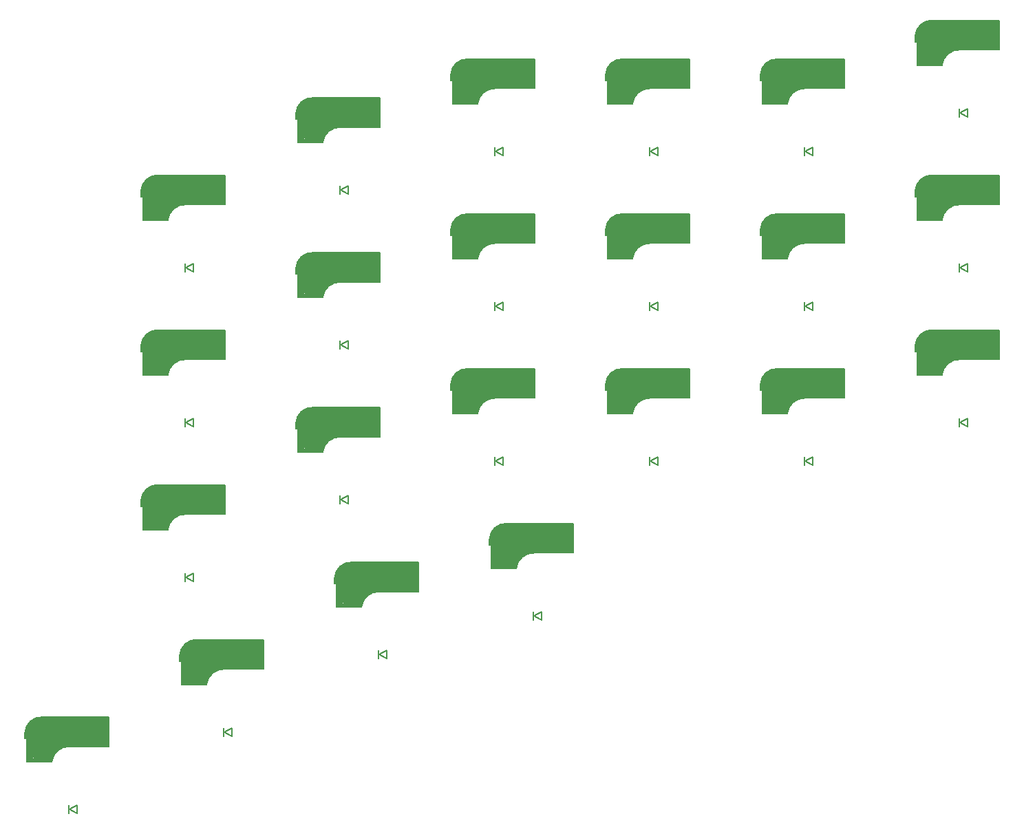
<source format=gbo>
%TF.GenerationSoftware,KiCad,Pcbnew,(7.0.0)*%
%TF.CreationDate,2023-04-23T19:00:17+09:00*%
%TF.ProjectId,pcb_r,7063625f-722e-46b6-9963-61645f706362,rev?*%
%TF.SameCoordinates,Original*%
%TF.FileFunction,Legend,Bot*%
%TF.FilePolarity,Positive*%
%FSLAX46Y46*%
G04 Gerber Fmt 4.6, Leading zero omitted, Abs format (unit mm)*
G04 Created by KiCad (PCBNEW (7.0.0)) date 2023-04-23 19:00:17*
%MOMM*%
%LPD*%
G01*
G04 APERTURE LIST*
%ADD10C,0.150000*%
%ADD11C,0.300000*%
%ADD12C,0.500000*%
%ADD13C,0.800000*%
%ADD14C,3.000000*%
%ADD15C,3.500000*%
%ADD16C,1.000000*%
%ADD17C,0.400000*%
G04 APERTURE END LIST*
D10*
%TO.C,SW28*%
X265562500Y-26256250D02*
X265562500Y-27006250D01*
X265562500Y-27006250D02*
X265762500Y-27006250D01*
D11*
X265662500Y-26906250D02*
X265662500Y-26256250D01*
D10*
X265812500Y-25406250D02*
X265812500Y-29856250D01*
X265812500Y-29856250D02*
X268842500Y-29856250D01*
D12*
X266012500Y-29656250D02*
X268462500Y-29656250D01*
D13*
X266162500Y-29356250D02*
X266162500Y-27556251D01*
D14*
X267292500Y-25856250D02*
X267292500Y-28096250D01*
D10*
X271062500Y-27956250D02*
X275862500Y-27956250D01*
D15*
X274062500Y-26156250D02*
X267362500Y-26156250D01*
D16*
X275362500Y-24956250D02*
X275362500Y-27456250D01*
D12*
X275662500Y-27706250D02*
X274362500Y-27656250D01*
D17*
X275712500Y-24556250D02*
X274462500Y-24556250D01*
D10*
X275842500Y-26956250D02*
X275842500Y-24706250D01*
X275862500Y-24356250D02*
X267662499Y-24356250D01*
X275862500Y-27956250D02*
X275862500Y-24356250D01*
X267662499Y-24356249D02*
G75*
G03*
X265562500Y-26256251I-100000J-1999999D01*
G01*
D16*
X270662500Y-27556250D02*
G75*
G03*
X268446182Y-29434779I-65001J-2169999D01*
G01*
D10*
X271062500Y-27956250D02*
G75*
G03*
X268846182Y-29834779I-65001J-2169999D01*
G01*
%TO.C,SW30*%
X189362500Y-54831250D02*
X189362500Y-55581250D01*
X189362500Y-55581250D02*
X189562500Y-55581250D01*
D11*
X189462500Y-55481250D02*
X189462500Y-54831250D01*
D10*
X189612500Y-53981250D02*
X189612500Y-58431250D01*
X189612500Y-58431250D02*
X192642500Y-58431250D01*
D12*
X189812500Y-58231250D02*
X192262500Y-58231250D01*
D13*
X189962500Y-57931250D02*
X189962500Y-56131251D01*
D14*
X191092500Y-54431250D02*
X191092500Y-56671250D01*
D10*
X194862500Y-56531250D02*
X199662500Y-56531250D01*
D15*
X197862500Y-54731250D02*
X191162500Y-54731250D01*
D16*
X199162500Y-53531250D02*
X199162500Y-56031250D01*
D12*
X199462500Y-56281250D02*
X198162500Y-56231250D01*
D17*
X199512500Y-53131250D02*
X198262500Y-53131250D01*
D10*
X199642500Y-55531250D02*
X199642500Y-53281250D01*
X199662500Y-52931250D02*
X191462499Y-52931250D01*
X199662500Y-56531250D02*
X199662500Y-52931250D01*
X191462499Y-52931249D02*
G75*
G03*
X189362500Y-54831251I-100000J-1999999D01*
G01*
D16*
X194462500Y-56131250D02*
G75*
G03*
X192246182Y-58009779I-65001J-2169999D01*
G01*
D10*
X194862500Y-56531250D02*
G75*
G03*
X192646182Y-58409779I-65001J-2169999D01*
G01*
%TO.C,SW40*%
X265562500Y-64356250D02*
X265562500Y-65106250D01*
X265562500Y-65106250D02*
X265762500Y-65106250D01*
D11*
X265662500Y-65006250D02*
X265662500Y-64356250D01*
D10*
X265812500Y-63506250D02*
X265812500Y-67956250D01*
X265812500Y-67956250D02*
X268842500Y-67956250D01*
D12*
X266012500Y-67756250D02*
X268462500Y-67756250D01*
D13*
X266162500Y-67456250D02*
X266162500Y-65656251D01*
D14*
X267292500Y-63956250D02*
X267292500Y-66196250D01*
D10*
X271062500Y-66056250D02*
X275862500Y-66056250D01*
D15*
X274062500Y-64256250D02*
X267362500Y-64256250D01*
D16*
X275362500Y-63056250D02*
X275362500Y-65556250D01*
D12*
X275662500Y-65806250D02*
X274362500Y-65756250D01*
D17*
X275712500Y-62656250D02*
X274462500Y-62656250D01*
D10*
X275842500Y-65056250D02*
X275842500Y-62806250D01*
X275862500Y-62456250D02*
X267662499Y-62456250D01*
X275862500Y-66056250D02*
X275862500Y-62456250D01*
X267662499Y-62456249D02*
G75*
G03*
X265562500Y-64356251I-100000J-1999999D01*
G01*
D16*
X270662500Y-65656250D02*
G75*
G03*
X268446182Y-67534779I-65001J-2169999D01*
G01*
D10*
X271062500Y-66056250D02*
G75*
G03*
X268846182Y-67934779I-65001J-2169999D01*
G01*
%TO.C,SW43*%
X194125000Y-92931250D02*
X194125000Y-93681250D01*
X194125000Y-93681250D02*
X194325000Y-93681250D01*
D11*
X194225000Y-93581250D02*
X194225000Y-92931250D01*
D10*
X194375000Y-92081250D02*
X194375000Y-96531250D01*
X194375000Y-96531250D02*
X197405000Y-96531250D01*
D12*
X194575000Y-96331250D02*
X197025000Y-96331250D01*
D13*
X194725000Y-96031250D02*
X194725000Y-94231251D01*
D14*
X195855000Y-92531250D02*
X195855000Y-94771250D01*
D10*
X199625000Y-94631250D02*
X204425000Y-94631250D01*
D15*
X202625000Y-92831250D02*
X195925000Y-92831250D01*
D16*
X203925000Y-91631250D02*
X203925000Y-94131250D01*
D12*
X204225000Y-94381250D02*
X202925000Y-94331250D01*
D17*
X204275000Y-91231250D02*
X203025000Y-91231250D01*
D10*
X204405000Y-93631250D02*
X204405000Y-91381250D01*
X204425000Y-91031250D02*
X196224999Y-91031250D01*
X204425000Y-94631250D02*
X204425000Y-91031250D01*
X196224999Y-91031249D02*
G75*
G03*
X194125000Y-92931251I-100000J-1999999D01*
G01*
D16*
X199225000Y-94231250D02*
G75*
G03*
X197008682Y-96109779I-65001J-2169999D01*
G01*
D10*
X199625000Y-94631250D02*
G75*
G03*
X197408682Y-96509779I-65001J-2169999D01*
G01*
%TO.C,SW44*%
X213175000Y-88168750D02*
X213175000Y-88918750D01*
X213175000Y-88918750D02*
X213375000Y-88918750D01*
D11*
X213275000Y-88818750D02*
X213275000Y-88168750D01*
D10*
X213425000Y-87318750D02*
X213425000Y-91768750D01*
X213425000Y-91768750D02*
X216455000Y-91768750D01*
D12*
X213625000Y-91568750D02*
X216075000Y-91568750D01*
D13*
X213775000Y-91268750D02*
X213775000Y-89468751D01*
D14*
X214905000Y-87768750D02*
X214905000Y-90008750D01*
D10*
X218675000Y-89868750D02*
X223475000Y-89868750D01*
D15*
X221675000Y-88068750D02*
X214975000Y-88068750D01*
D16*
X222975000Y-86868750D02*
X222975000Y-89368750D01*
D12*
X223275000Y-89618750D02*
X221975000Y-89568750D01*
D17*
X223325000Y-86468750D02*
X222075000Y-86468750D01*
D10*
X223455000Y-88868750D02*
X223455000Y-86618750D01*
X223475000Y-86268750D02*
X215274999Y-86268750D01*
X223475000Y-89868750D02*
X223475000Y-86268750D01*
X215274999Y-86268749D02*
G75*
G03*
X213175000Y-88168751I-100000J-1999999D01*
G01*
D16*
X218275000Y-89468750D02*
G75*
G03*
X216058682Y-91347279I-65001J-2169999D01*
G01*
D10*
X218675000Y-89868750D02*
G75*
G03*
X216458682Y-91747279I-65001J-2169999D01*
G01*
%TO.C,SW39*%
X246512500Y-69118750D02*
X246512500Y-69868750D01*
X246512500Y-69868750D02*
X246712500Y-69868750D01*
D11*
X246612500Y-69768750D02*
X246612500Y-69118750D01*
D10*
X246762500Y-68268750D02*
X246762500Y-72718750D01*
X246762500Y-72718750D02*
X249792500Y-72718750D01*
D12*
X246962500Y-72518750D02*
X249412500Y-72518750D01*
D13*
X247112500Y-72218750D02*
X247112500Y-70418751D01*
D14*
X248242500Y-68718750D02*
X248242500Y-70958750D01*
D10*
X252012500Y-70818750D02*
X256812500Y-70818750D01*
D15*
X255012500Y-69018750D02*
X248312500Y-69018750D01*
D16*
X256312500Y-67818750D02*
X256312500Y-70318750D01*
D12*
X256612500Y-70568750D02*
X255312500Y-70518750D01*
D17*
X256662500Y-67418750D02*
X255412500Y-67418750D01*
D10*
X256792500Y-69818750D02*
X256792500Y-67568750D01*
X256812500Y-67218750D02*
X248612499Y-67218750D01*
X256812500Y-70818750D02*
X256812500Y-67218750D01*
X248612499Y-67218749D02*
G75*
G03*
X246512500Y-69118751I-100000J-1999999D01*
G01*
D16*
X251612500Y-70418750D02*
G75*
G03*
X249396182Y-72297279I-65001J-2169999D01*
G01*
D10*
X252012500Y-70818750D02*
G75*
G03*
X249796182Y-72697279I-65001J-2169999D01*
G01*
%TO.C,SW41*%
X156025000Y-111981250D02*
X156025000Y-112731250D01*
X156025000Y-112731250D02*
X156225000Y-112731250D01*
D11*
X156125000Y-112631250D02*
X156125000Y-111981250D01*
D10*
X156275000Y-111131250D02*
X156275000Y-115581250D01*
X156275000Y-115581250D02*
X159305000Y-115581250D01*
D12*
X156475000Y-115381250D02*
X158925000Y-115381250D01*
D13*
X156625000Y-115081250D02*
X156625000Y-113281251D01*
D14*
X157755000Y-111581250D02*
X157755000Y-113821250D01*
D10*
X161525000Y-113681250D02*
X166325000Y-113681250D01*
D15*
X164525000Y-111881250D02*
X157825000Y-111881250D01*
D16*
X165825000Y-110681250D02*
X165825000Y-113181250D01*
D12*
X166125000Y-113431250D02*
X164825000Y-113381250D01*
D17*
X166175000Y-110281250D02*
X164925000Y-110281250D01*
D10*
X166305000Y-112681250D02*
X166305000Y-110431250D01*
X166325000Y-110081250D02*
X158124999Y-110081250D01*
X166325000Y-113681250D02*
X166325000Y-110081250D01*
X158124999Y-110081249D02*
G75*
G03*
X156025000Y-111981251I-100000J-1999999D01*
G01*
D16*
X161125000Y-113281250D02*
G75*
G03*
X158908682Y-115159779I-65001J-2169999D01*
G01*
D10*
X161525000Y-113681250D02*
G75*
G03*
X159308682Y-115559779I-65001J-2169999D01*
G01*
%TO.C,SW23*%
X170312500Y-45306250D02*
X170312500Y-46056250D01*
X170312500Y-46056250D02*
X170512500Y-46056250D01*
D11*
X170412500Y-45956250D02*
X170412500Y-45306250D01*
D10*
X170562500Y-44456250D02*
X170562500Y-48906250D01*
X170562500Y-48906250D02*
X173592500Y-48906250D01*
D12*
X170762500Y-48706250D02*
X173212500Y-48706250D01*
D13*
X170912500Y-48406250D02*
X170912500Y-46606251D01*
D14*
X172042500Y-44906250D02*
X172042500Y-47146250D01*
D10*
X175812500Y-47006250D02*
X180612500Y-47006250D01*
D15*
X178812500Y-45206250D02*
X172112500Y-45206250D01*
D16*
X180112500Y-44006250D02*
X180112500Y-46506250D01*
D12*
X180412500Y-46756250D02*
X179112500Y-46706250D01*
D17*
X180462500Y-43606250D02*
X179212500Y-43606250D01*
D10*
X180592500Y-46006250D02*
X180592500Y-43756250D01*
X180612500Y-43406250D02*
X172412499Y-43406250D01*
X180612500Y-47006250D02*
X180612500Y-43406250D01*
X172412499Y-43406249D02*
G75*
G03*
X170312500Y-45306251I-100000J-1999999D01*
G01*
D16*
X175412500Y-46606250D02*
G75*
G03*
X173196182Y-48484779I-65001J-2169999D01*
G01*
D10*
X175812500Y-47006250D02*
G75*
G03*
X173596182Y-48884779I-65001J-2169999D01*
G01*
%TO.C,SW25*%
X208412500Y-31018750D02*
X208412500Y-31768750D01*
X208412500Y-31768750D02*
X208612500Y-31768750D01*
D11*
X208512500Y-31668750D02*
X208512500Y-31018750D01*
D10*
X208662500Y-30168750D02*
X208662500Y-34618750D01*
X208662500Y-34618750D02*
X211692500Y-34618750D01*
D12*
X208862500Y-34418750D02*
X211312500Y-34418750D01*
D13*
X209012500Y-34118750D02*
X209012500Y-32318751D01*
D14*
X210142500Y-30618750D02*
X210142500Y-32858750D01*
D10*
X213912500Y-32718750D02*
X218712500Y-32718750D01*
D15*
X216912500Y-30918750D02*
X210212500Y-30918750D01*
D16*
X218212500Y-29718750D02*
X218212500Y-32218750D01*
D12*
X218512500Y-32468750D02*
X217212500Y-32418750D01*
D17*
X218562500Y-29318750D02*
X217312500Y-29318750D01*
D10*
X218692500Y-31718750D02*
X218692500Y-29468750D01*
X218712500Y-29118750D02*
X210512499Y-29118750D01*
X218712500Y-32718750D02*
X218712500Y-29118750D01*
X210512499Y-29118749D02*
G75*
G03*
X208412500Y-31018751I-100000J-1999999D01*
G01*
D16*
X213512500Y-32318750D02*
G75*
G03*
X211296182Y-34197279I-65001J-2169999D01*
G01*
D10*
X213912500Y-32718750D02*
G75*
G03*
X211696182Y-34597279I-65001J-2169999D01*
G01*
%TO.C,SW36*%
X189362500Y-73881250D02*
X189362500Y-74631250D01*
X189362500Y-74631250D02*
X189562500Y-74631250D01*
D11*
X189462500Y-74531250D02*
X189462500Y-73881250D01*
D10*
X189612500Y-73031250D02*
X189612500Y-77481250D01*
X189612500Y-77481250D02*
X192642500Y-77481250D01*
D12*
X189812500Y-77281250D02*
X192262500Y-77281250D01*
D13*
X189962500Y-76981250D02*
X189962500Y-75181251D01*
D14*
X191092500Y-73481250D02*
X191092500Y-75721250D01*
D10*
X194862500Y-75581250D02*
X199662500Y-75581250D01*
D15*
X197862500Y-73781250D02*
X191162500Y-73781250D01*
D16*
X199162500Y-72581250D02*
X199162500Y-75081250D01*
D12*
X199462500Y-75331250D02*
X198162500Y-75281250D01*
D17*
X199512500Y-72181250D02*
X198262500Y-72181250D01*
D10*
X199642500Y-74581250D02*
X199642500Y-72331250D01*
X199662500Y-71981250D02*
X191462499Y-71981250D01*
X199662500Y-75581250D02*
X199662500Y-71981250D01*
X191462499Y-71981249D02*
G75*
G03*
X189362500Y-73881251I-100000J-1999999D01*
G01*
D16*
X194462500Y-75181250D02*
G75*
G03*
X192246182Y-77059779I-65001J-2169999D01*
G01*
D10*
X194862500Y-75581250D02*
G75*
G03*
X192646182Y-77459779I-65001J-2169999D01*
G01*
%TO.C,SW32*%
X227462500Y-50068750D02*
X227462500Y-50818750D01*
X227462500Y-50818750D02*
X227662500Y-50818750D01*
D11*
X227562500Y-50718750D02*
X227562500Y-50068750D01*
D10*
X227712500Y-49218750D02*
X227712500Y-53668750D01*
X227712500Y-53668750D02*
X230742500Y-53668750D01*
D12*
X227912500Y-53468750D02*
X230362500Y-53468750D01*
D13*
X228062500Y-53168750D02*
X228062500Y-51368751D01*
D14*
X229192500Y-49668750D02*
X229192500Y-51908750D01*
D10*
X232962500Y-51768750D02*
X237762500Y-51768750D01*
D15*
X235962500Y-49968750D02*
X229262500Y-49968750D01*
D16*
X237262500Y-48768750D02*
X237262500Y-51268750D01*
D12*
X237562500Y-51518750D02*
X236262500Y-51468750D01*
D17*
X237612500Y-48368750D02*
X236362500Y-48368750D01*
D10*
X237742500Y-50768750D02*
X237742500Y-48518750D01*
X237762500Y-48168750D02*
X229562499Y-48168750D01*
X237762500Y-51768750D02*
X237762500Y-48168750D01*
X229562499Y-48168749D02*
G75*
G03*
X227462500Y-50068751I-100000J-1999999D01*
G01*
D16*
X232562500Y-51368750D02*
G75*
G03*
X230346182Y-53247279I-65001J-2169999D01*
G01*
D10*
X232962500Y-51768750D02*
G75*
G03*
X230746182Y-53647279I-65001J-2169999D01*
G01*
%TO.C,SW38*%
X227462500Y-69118750D02*
X227462500Y-69868750D01*
X227462500Y-69868750D02*
X227662500Y-69868750D01*
D11*
X227562500Y-69768750D02*
X227562500Y-69118750D01*
D10*
X227712500Y-68268750D02*
X227712500Y-72718750D01*
X227712500Y-72718750D02*
X230742500Y-72718750D01*
D12*
X227912500Y-72518750D02*
X230362500Y-72518750D01*
D13*
X228062500Y-72218750D02*
X228062500Y-70418751D01*
D14*
X229192500Y-68718750D02*
X229192500Y-70958750D01*
D10*
X232962500Y-70818750D02*
X237762500Y-70818750D01*
D15*
X235962500Y-69018750D02*
X229262500Y-69018750D01*
D16*
X237262500Y-67818750D02*
X237262500Y-70318750D01*
D12*
X237562500Y-70568750D02*
X236262500Y-70518750D01*
D17*
X237612500Y-67418750D02*
X236362500Y-67418750D01*
D10*
X237742500Y-69818750D02*
X237742500Y-67568750D01*
X237762500Y-67218750D02*
X229562499Y-67218750D01*
X237762500Y-70818750D02*
X237762500Y-67218750D01*
X229562499Y-67218749D02*
G75*
G03*
X227462500Y-69118751I-100000J-1999999D01*
G01*
D16*
X232562500Y-70418750D02*
G75*
G03*
X230346182Y-72297279I-65001J-2169999D01*
G01*
D10*
X232962500Y-70818750D02*
G75*
G03*
X230746182Y-72697279I-65001J-2169999D01*
G01*
%TO.C,SW27*%
X246512500Y-31018750D02*
X246512500Y-31768750D01*
X246512500Y-31768750D02*
X246712500Y-31768750D01*
D11*
X246612500Y-31668750D02*
X246612500Y-31018750D01*
D10*
X246762500Y-30168750D02*
X246762500Y-34618750D01*
X246762500Y-34618750D02*
X249792500Y-34618750D01*
D12*
X246962500Y-34418750D02*
X249412500Y-34418750D01*
D13*
X247112500Y-34118750D02*
X247112500Y-32318751D01*
D14*
X248242500Y-30618750D02*
X248242500Y-32858750D01*
D10*
X252012500Y-32718750D02*
X256812500Y-32718750D01*
D15*
X255012500Y-30918750D02*
X248312500Y-30918750D01*
D16*
X256312500Y-29718750D02*
X256312500Y-32218750D01*
D12*
X256612500Y-32468750D02*
X255312500Y-32418750D01*
D17*
X256662500Y-29318750D02*
X255412500Y-29318750D01*
D10*
X256792500Y-31718750D02*
X256792500Y-29468750D01*
X256812500Y-29118750D02*
X248612499Y-29118750D01*
X256812500Y-32718750D02*
X256812500Y-29118750D01*
X248612499Y-29118749D02*
G75*
G03*
X246512500Y-31018751I-100000J-1999999D01*
G01*
D16*
X251612500Y-32318750D02*
G75*
G03*
X249396182Y-34197279I-65001J-2169999D01*
G01*
D10*
X252012500Y-32718750D02*
G75*
G03*
X249796182Y-34597279I-65001J-2169999D01*
G01*
%TO.C,SW42*%
X175075000Y-102456250D02*
X175075000Y-103206250D01*
X175075000Y-103206250D02*
X175275000Y-103206250D01*
D11*
X175175000Y-103106250D02*
X175175000Y-102456250D01*
D10*
X175325000Y-101606250D02*
X175325000Y-106056250D01*
X175325000Y-106056250D02*
X178355000Y-106056250D01*
D12*
X175525000Y-105856250D02*
X177975000Y-105856250D01*
D13*
X175675000Y-105556250D02*
X175675000Y-103756251D01*
D14*
X176805000Y-102056250D02*
X176805000Y-104296250D01*
D10*
X180575000Y-104156250D02*
X185375000Y-104156250D01*
D15*
X183575000Y-102356250D02*
X176875000Y-102356250D01*
D16*
X184875000Y-101156250D02*
X184875000Y-103656250D01*
D12*
X185175000Y-103906250D02*
X183875000Y-103856250D01*
D17*
X185225000Y-100756250D02*
X183975000Y-100756250D01*
D10*
X185355000Y-103156250D02*
X185355000Y-100906250D01*
X185375000Y-100556250D02*
X177174999Y-100556250D01*
X185375000Y-104156250D02*
X185375000Y-100556250D01*
X177174999Y-100556249D02*
G75*
G03*
X175075000Y-102456251I-100000J-1999999D01*
G01*
D16*
X180175000Y-103756250D02*
G75*
G03*
X177958682Y-105634779I-65001J-2169999D01*
G01*
D10*
X180575000Y-104156250D02*
G75*
G03*
X178358682Y-106034779I-65001J-2169999D01*
G01*
%TO.C,SW33*%
X246512500Y-50068750D02*
X246512500Y-50818750D01*
X246512500Y-50818750D02*
X246712500Y-50818750D01*
D11*
X246612500Y-50718750D02*
X246612500Y-50068750D01*
D10*
X246762500Y-49218750D02*
X246762500Y-53668750D01*
X246762500Y-53668750D02*
X249792500Y-53668750D01*
D12*
X246962500Y-53468750D02*
X249412500Y-53468750D01*
D13*
X247112500Y-53168750D02*
X247112500Y-51368751D01*
D14*
X248242500Y-49668750D02*
X248242500Y-51908750D01*
D10*
X252012500Y-51768750D02*
X256812500Y-51768750D01*
D15*
X255012500Y-49968750D02*
X248312500Y-49968750D01*
D16*
X256312500Y-48768750D02*
X256312500Y-51268750D01*
D12*
X256612500Y-51518750D02*
X255312500Y-51468750D01*
D17*
X256662500Y-48368750D02*
X255412500Y-48368750D01*
D10*
X256792500Y-50768750D02*
X256792500Y-48518750D01*
X256812500Y-48168750D02*
X248612499Y-48168750D01*
X256812500Y-51768750D02*
X256812500Y-48168750D01*
X248612499Y-48168749D02*
G75*
G03*
X246512500Y-50068751I-100000J-1999999D01*
G01*
D16*
X251612500Y-51368750D02*
G75*
G03*
X249396182Y-53247279I-65001J-2169999D01*
G01*
D10*
X252012500Y-51768750D02*
G75*
G03*
X249796182Y-53647279I-65001J-2169999D01*
G01*
%TO.C,SW31*%
X208412500Y-50068750D02*
X208412500Y-50818750D01*
X208412500Y-50818750D02*
X208612500Y-50818750D01*
D11*
X208512500Y-50718750D02*
X208512500Y-50068750D01*
D10*
X208662500Y-49218750D02*
X208662500Y-53668750D01*
X208662500Y-53668750D02*
X211692500Y-53668750D01*
D12*
X208862500Y-53468750D02*
X211312500Y-53468750D01*
D13*
X209012500Y-53168750D02*
X209012500Y-51368751D01*
D14*
X210142500Y-49668750D02*
X210142500Y-51908750D01*
D10*
X213912500Y-51768750D02*
X218712500Y-51768750D01*
D15*
X216912500Y-49968750D02*
X210212500Y-49968750D01*
D16*
X218212500Y-48768750D02*
X218212500Y-51268750D01*
D12*
X218512500Y-51518750D02*
X217212500Y-51468750D01*
D17*
X218562500Y-48368750D02*
X217312500Y-48368750D01*
D10*
X218692500Y-50768750D02*
X218692500Y-48518750D01*
X218712500Y-48168750D02*
X210512499Y-48168750D01*
X218712500Y-51768750D02*
X218712500Y-48168750D01*
X210512499Y-48168749D02*
G75*
G03*
X208412500Y-50068751I-100000J-1999999D01*
G01*
D16*
X213512500Y-51368750D02*
G75*
G03*
X211296182Y-53247279I-65001J-2169999D01*
G01*
D10*
X213912500Y-51768750D02*
G75*
G03*
X211696182Y-53647279I-65001J-2169999D01*
G01*
%TO.C,SW34*%
X265562500Y-45306250D02*
X265562500Y-46056250D01*
X265562500Y-46056250D02*
X265762500Y-46056250D01*
D11*
X265662500Y-45956250D02*
X265662500Y-45306250D01*
D10*
X265812500Y-44456250D02*
X265812500Y-48906250D01*
X265812500Y-48906250D02*
X268842500Y-48906250D01*
D12*
X266012500Y-48706250D02*
X268462500Y-48706250D01*
D13*
X266162500Y-48406250D02*
X266162500Y-46606251D01*
D14*
X267292500Y-44906250D02*
X267292500Y-47146250D01*
D10*
X271062500Y-47006250D02*
X275862500Y-47006250D01*
D15*
X274062500Y-45206250D02*
X267362500Y-45206250D01*
D16*
X275362500Y-44006250D02*
X275362500Y-46506250D01*
D12*
X275662500Y-46756250D02*
X274362500Y-46706250D01*
D17*
X275712500Y-43606250D02*
X274462500Y-43606250D01*
D10*
X275842500Y-46006250D02*
X275842500Y-43756250D01*
X275862500Y-43406250D02*
X267662499Y-43406250D01*
X275862500Y-47006250D02*
X275862500Y-43406250D01*
X267662499Y-43406249D02*
G75*
G03*
X265562500Y-45306251I-100000J-1999999D01*
G01*
D16*
X270662500Y-46606250D02*
G75*
G03*
X268446182Y-48484779I-65001J-2169999D01*
G01*
D10*
X271062500Y-47006250D02*
G75*
G03*
X268846182Y-48884779I-65001J-2169999D01*
G01*
%TO.C,SW26*%
X227462500Y-31018750D02*
X227462500Y-31768750D01*
X227462500Y-31768750D02*
X227662500Y-31768750D01*
D11*
X227562500Y-31668750D02*
X227562500Y-31018750D01*
D10*
X227712500Y-30168750D02*
X227712500Y-34618750D01*
X227712500Y-34618750D02*
X230742500Y-34618750D01*
D12*
X227912500Y-34418750D02*
X230362500Y-34418750D01*
D13*
X228062500Y-34118750D02*
X228062500Y-32318751D01*
D14*
X229192500Y-30618750D02*
X229192500Y-32858750D01*
D10*
X232962500Y-32718750D02*
X237762500Y-32718750D01*
D15*
X235962500Y-30918750D02*
X229262500Y-30918750D01*
D16*
X237262500Y-29718750D02*
X237262500Y-32218750D01*
D12*
X237562500Y-32468750D02*
X236262500Y-32418750D01*
D17*
X237612500Y-29318750D02*
X236362500Y-29318750D01*
D10*
X237742500Y-31718750D02*
X237742500Y-29468750D01*
X237762500Y-29118750D02*
X229562499Y-29118750D01*
X237762500Y-32718750D02*
X237762500Y-29118750D01*
X229562499Y-29118749D02*
G75*
G03*
X227462500Y-31018751I-100000J-1999999D01*
G01*
D16*
X232562500Y-32318750D02*
G75*
G03*
X230346182Y-34197279I-65001J-2169999D01*
G01*
D10*
X232962500Y-32718750D02*
G75*
G03*
X230746182Y-34597279I-65001J-2169999D01*
G01*
%TO.C,SW35*%
X170312500Y-83406250D02*
X170312500Y-84156250D01*
X170312500Y-84156250D02*
X170512500Y-84156250D01*
D11*
X170412500Y-84056250D02*
X170412500Y-83406250D01*
D10*
X170562500Y-82556250D02*
X170562500Y-87006250D01*
X170562500Y-87006250D02*
X173592500Y-87006250D01*
D12*
X170762500Y-86806250D02*
X173212500Y-86806250D01*
D13*
X170912500Y-86506250D02*
X170912500Y-84706251D01*
D14*
X172042500Y-83006250D02*
X172042500Y-85246250D01*
D10*
X175812500Y-85106250D02*
X180612500Y-85106250D01*
D15*
X178812500Y-83306250D02*
X172112500Y-83306250D01*
D16*
X180112500Y-82106250D02*
X180112500Y-84606250D01*
D12*
X180412500Y-84856250D02*
X179112500Y-84806250D01*
D17*
X180462500Y-81706250D02*
X179212500Y-81706250D01*
D10*
X180592500Y-84106250D02*
X180592500Y-81856250D01*
X180612500Y-81506250D02*
X172412499Y-81506250D01*
X180612500Y-85106250D02*
X180612500Y-81506250D01*
X172412499Y-81506249D02*
G75*
G03*
X170312500Y-83406251I-100000J-1999999D01*
G01*
D16*
X175412500Y-84706250D02*
G75*
G03*
X173196182Y-86584779I-65001J-2169999D01*
G01*
D10*
X175812500Y-85106250D02*
G75*
G03*
X173596182Y-86984779I-65001J-2169999D01*
G01*
%TO.C,SW37*%
X208412500Y-69118750D02*
X208412500Y-69868750D01*
X208412500Y-69868750D02*
X208612500Y-69868750D01*
D11*
X208512500Y-69768750D02*
X208512500Y-69118750D01*
D10*
X208662500Y-68268750D02*
X208662500Y-72718750D01*
X208662500Y-72718750D02*
X211692500Y-72718750D01*
D12*
X208862500Y-72518750D02*
X211312500Y-72518750D01*
D13*
X209012500Y-72218750D02*
X209012500Y-70418751D01*
D14*
X210142500Y-68718750D02*
X210142500Y-70958750D01*
D10*
X213912500Y-70818750D02*
X218712500Y-70818750D01*
D15*
X216912500Y-69018750D02*
X210212500Y-69018750D01*
D16*
X218212500Y-67818750D02*
X218212500Y-70318750D01*
D12*
X218512500Y-70568750D02*
X217212500Y-70518750D01*
D17*
X218562500Y-67418750D02*
X217312500Y-67418750D01*
D10*
X218692500Y-69818750D02*
X218692500Y-67568750D01*
X218712500Y-67218750D02*
X210512499Y-67218750D01*
X218712500Y-70818750D02*
X218712500Y-67218750D01*
X210512499Y-67218749D02*
G75*
G03*
X208412500Y-69118751I-100000J-1999999D01*
G01*
D16*
X213512500Y-70418750D02*
G75*
G03*
X211296182Y-72297279I-65001J-2169999D01*
G01*
D10*
X213912500Y-70818750D02*
G75*
G03*
X211696182Y-72697279I-65001J-2169999D01*
G01*
%TO.C,SW29*%
X170312500Y-64356250D02*
X170312500Y-65106250D01*
X170312500Y-65106250D02*
X170512500Y-65106250D01*
D11*
X170412500Y-65006250D02*
X170412500Y-64356250D01*
D10*
X170562500Y-63506250D02*
X170562500Y-67956250D01*
X170562500Y-67956250D02*
X173592500Y-67956250D01*
D12*
X170762500Y-67756250D02*
X173212500Y-67756250D01*
D13*
X170912500Y-67456250D02*
X170912500Y-65656251D01*
D14*
X172042500Y-63956250D02*
X172042500Y-66196250D01*
D10*
X175812500Y-66056250D02*
X180612500Y-66056250D01*
D15*
X178812500Y-64256250D02*
X172112500Y-64256250D01*
D16*
X180112500Y-63056250D02*
X180112500Y-65556250D01*
D12*
X180412500Y-65806250D02*
X179112500Y-65756250D01*
D17*
X180462500Y-62656250D02*
X179212500Y-62656250D01*
D10*
X180592500Y-65056250D02*
X180592500Y-62806250D01*
X180612500Y-62456250D02*
X172412499Y-62456250D01*
X180612500Y-66056250D02*
X180612500Y-62456250D01*
X172412499Y-62456249D02*
G75*
G03*
X170312500Y-64356251I-100000J-1999999D01*
G01*
D16*
X175412500Y-65656250D02*
G75*
G03*
X173196182Y-67534779I-65001J-2169999D01*
G01*
D10*
X175812500Y-66056250D02*
G75*
G03*
X173596182Y-67934779I-65001J-2169999D01*
G01*
%TO.C,SW24*%
X189362500Y-35781250D02*
X189362500Y-36531250D01*
X189362500Y-36531250D02*
X189562500Y-36531250D01*
D11*
X189462500Y-36431250D02*
X189462500Y-35781250D01*
D10*
X189612500Y-34931250D02*
X189612500Y-39381250D01*
X189612500Y-39381250D02*
X192642500Y-39381250D01*
D12*
X189812500Y-39181250D02*
X192262500Y-39181250D01*
D13*
X189962500Y-38881250D02*
X189962500Y-37081251D01*
D14*
X191092500Y-35381250D02*
X191092500Y-37621250D01*
D10*
X194862500Y-37481250D02*
X199662500Y-37481250D01*
D15*
X197862500Y-35681250D02*
X191162500Y-35681250D01*
D16*
X199162500Y-34481250D02*
X199162500Y-36981250D01*
D12*
X199462500Y-37231250D02*
X198162500Y-37181250D01*
D17*
X199512500Y-34081250D02*
X198262500Y-34081250D01*
D10*
X199642500Y-36481250D02*
X199642500Y-34231250D01*
X199662500Y-33881250D02*
X191462499Y-33881250D01*
X199662500Y-37481250D02*
X199662500Y-33881250D01*
X191462499Y-33881249D02*
G75*
G03*
X189362500Y-35781251I-100000J-1999999D01*
G01*
D16*
X194462500Y-37081250D02*
G75*
G03*
X192246182Y-38959779I-65001J-2169999D01*
G01*
D10*
X194862500Y-37481250D02*
G75*
G03*
X192646182Y-39359779I-65001J-2169999D01*
G01*
%TO.C,D29*%
X175712500Y-74318750D02*
X175712500Y-73318750D01*
X175812500Y-73818750D02*
X176712500Y-74318750D01*
X176712500Y-73318750D02*
X175812500Y-73818750D01*
X176712500Y-74318750D02*
X176712500Y-73318750D01*
%TO.C,D31*%
X213812500Y-60031250D02*
X213812500Y-59031250D01*
X213912500Y-59531250D02*
X214812500Y-60031250D01*
X214812500Y-59031250D02*
X213912500Y-59531250D01*
X214812500Y-60031250D02*
X214812500Y-59031250D01*
%TO.C,D26*%
X232862500Y-40981250D02*
X232862500Y-39981250D01*
X232962500Y-40481250D02*
X233862500Y-40981250D01*
X233862500Y-39981250D02*
X232962500Y-40481250D01*
X233862500Y-40981250D02*
X233862500Y-39981250D01*
%TO.C,D40*%
X270962500Y-74318750D02*
X270962500Y-73318750D01*
X271062500Y-73818750D02*
X271962500Y-74318750D01*
X271962500Y-73318750D02*
X271062500Y-73818750D01*
X271962500Y-74318750D02*
X271962500Y-73318750D01*
%TO.C,D25*%
X213812500Y-40981250D02*
X213812500Y-39981250D01*
X213912500Y-40481250D02*
X214812500Y-40981250D01*
X214812500Y-39981250D02*
X213912500Y-40481250D01*
X214812500Y-40981250D02*
X214812500Y-39981250D01*
%TO.C,D37*%
X213812500Y-79081250D02*
X213812500Y-78081250D01*
X213912500Y-78581250D02*
X214812500Y-79081250D01*
X214812500Y-78081250D02*
X213912500Y-78581250D01*
X214812500Y-79081250D02*
X214812500Y-78081250D01*
%TO.C,D38*%
X232862500Y-79081250D02*
X232862500Y-78081250D01*
X232962500Y-78581250D02*
X233862500Y-79081250D01*
X233862500Y-78081250D02*
X232962500Y-78581250D01*
X233862500Y-79081250D02*
X233862500Y-78081250D01*
%TO.C,D41*%
X161425000Y-121943750D02*
X161425000Y-120943750D01*
X161525000Y-121443750D02*
X162425000Y-121943750D01*
X162425000Y-120943750D02*
X161525000Y-121443750D01*
X162425000Y-121943750D02*
X162425000Y-120943750D01*
%TO.C,D36*%
X194762500Y-83843750D02*
X194762500Y-82843750D01*
X194862500Y-83343750D02*
X195762500Y-83843750D01*
X195762500Y-82843750D02*
X194862500Y-83343750D01*
X195762500Y-83843750D02*
X195762500Y-82843750D01*
%TO.C,D34*%
X270962500Y-55268750D02*
X270962500Y-54268750D01*
X271062500Y-54768750D02*
X271962500Y-55268750D01*
X271962500Y-54268750D02*
X271062500Y-54768750D01*
X271962500Y-55268750D02*
X271962500Y-54268750D01*
%TO.C,D39*%
X251912500Y-79081250D02*
X251912500Y-78081250D01*
X252012500Y-78581250D02*
X252912500Y-79081250D01*
X252912500Y-78081250D02*
X252012500Y-78581250D01*
X252912500Y-79081250D02*
X252912500Y-78081250D01*
%TO.C,D35*%
X175712500Y-93368750D02*
X175712500Y-92368750D01*
X175812500Y-92868750D02*
X176712500Y-93368750D01*
X176712500Y-92368750D02*
X175812500Y-92868750D01*
X176712500Y-93368750D02*
X176712500Y-92368750D01*
%TO.C,D28*%
X270962500Y-36218750D02*
X270962500Y-35218750D01*
X271062500Y-35718750D02*
X271962500Y-36218750D01*
X271962500Y-35218750D02*
X271062500Y-35718750D01*
X271962500Y-36218750D02*
X271962500Y-35218750D01*
%TO.C,D24*%
X194762500Y-45743750D02*
X194762500Y-44743750D01*
X194862500Y-45243750D02*
X195762500Y-45743750D01*
X195762500Y-44743750D02*
X194862500Y-45243750D01*
X195762500Y-45743750D02*
X195762500Y-44743750D01*
%TO.C,D42*%
X180475000Y-112418750D02*
X180475000Y-111418750D01*
X180575000Y-111918750D02*
X181475000Y-112418750D01*
X181475000Y-111418750D02*
X180575000Y-111918750D01*
X181475000Y-112418750D02*
X181475000Y-111418750D01*
%TO.C,D32*%
X232862500Y-60031250D02*
X232862500Y-59031250D01*
X232962500Y-59531250D02*
X233862500Y-60031250D01*
X233862500Y-59031250D02*
X232962500Y-59531250D01*
X233862500Y-60031250D02*
X233862500Y-59031250D01*
%TO.C,D33*%
X251912500Y-60031250D02*
X251912500Y-59031250D01*
X252012500Y-59531250D02*
X252912500Y-60031250D01*
X252912500Y-59031250D02*
X252012500Y-59531250D01*
X252912500Y-60031250D02*
X252912500Y-59031250D01*
%TO.C,D27*%
X251912500Y-40981250D02*
X251912500Y-39981250D01*
X252012500Y-40481250D02*
X252912500Y-40981250D01*
X252912500Y-39981250D02*
X252012500Y-40481250D01*
X252912500Y-40981250D02*
X252912500Y-39981250D01*
%TO.C,D30*%
X194762500Y-64793750D02*
X194762500Y-63793750D01*
X194862500Y-64293750D02*
X195762500Y-64793750D01*
X195762500Y-63793750D02*
X194862500Y-64293750D01*
X195762500Y-64793750D02*
X195762500Y-63793750D01*
%TO.C,D43*%
X199525000Y-102893750D02*
X199525000Y-101893750D01*
X199625000Y-102393750D02*
X200525000Y-102893750D01*
X200525000Y-101893750D02*
X199625000Y-102393750D01*
X200525000Y-102893750D02*
X200525000Y-101893750D01*
%TO.C,D23*%
X175712500Y-55268750D02*
X175712500Y-54268750D01*
X175812500Y-54768750D02*
X176712500Y-55268750D01*
X176712500Y-54268750D02*
X175812500Y-54768750D01*
X176712500Y-55268750D02*
X176712500Y-54268750D01*
%TO.C,D44*%
X218575000Y-98131250D02*
X218575000Y-97131250D01*
X218675000Y-97631250D02*
X219575000Y-98131250D01*
X219575000Y-97131250D02*
X218675000Y-97631250D01*
X219575000Y-98131250D02*
X219575000Y-97131250D01*
%TD*%
M02*

</source>
